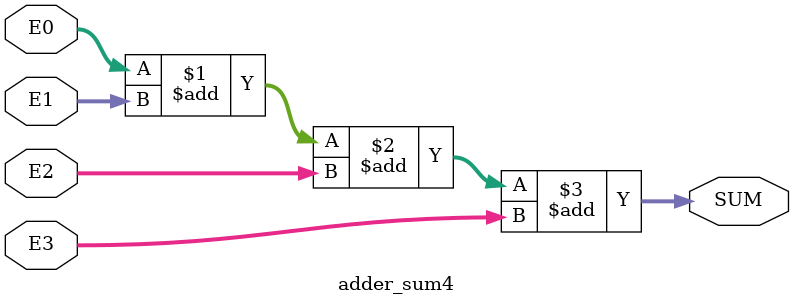
<source format=v>
module adder_sum4 (
    input  [7:0] E0, E1, E2, E3,
    output [9:0] SUM
);
    assign SUM = E0 + E1 + E2 + E3;
endmodule


</source>
